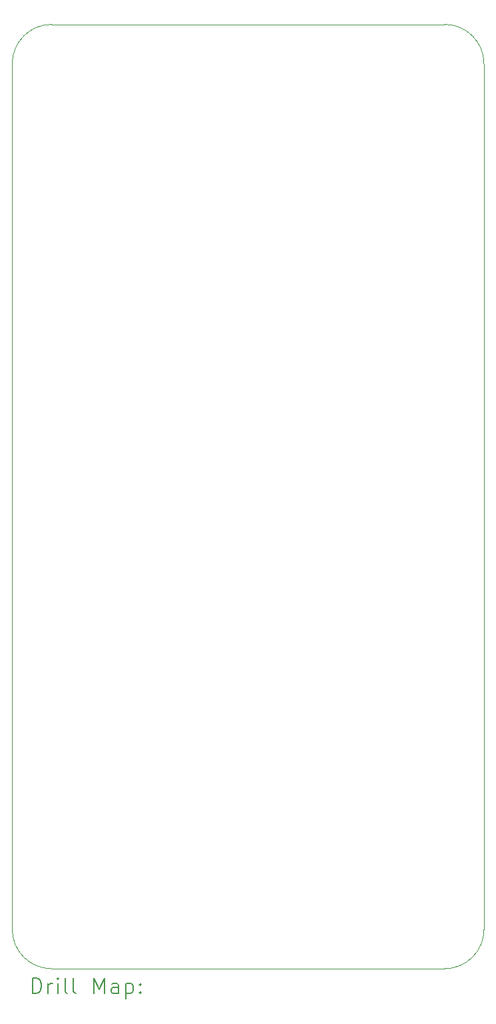
<source format=gbr>
%TF.GenerationSoftware,KiCad,Pcbnew,7.0.11*%
%TF.CreationDate,2024-10-24T13:35:05-04:00*%
%TF.ProjectId,mouse-joystick-pcb,6d6f7573-652d-46a6-9f79-737469636b2d,1.0*%
%TF.SameCoordinates,Original*%
%TF.FileFunction,Drillmap*%
%TF.FilePolarity,Positive*%
%FSLAX45Y45*%
G04 Gerber Fmt 4.5, Leading zero omitted, Abs format (unit mm)*
G04 Created by KiCad (PCBNEW 7.0.11) date 2024-10-24 13:35:05*
%MOMM*%
%LPD*%
G01*
G04 APERTURE LIST*
%ADD10C,0.100000*%
%ADD11C,0.200000*%
G04 APERTURE END LIST*
D10*
X7740000Y-4160000D02*
G75*
G03*
X7240000Y-4660000I0J-500000D01*
G01*
X7240000Y-15660000D02*
X7240000Y-4660000D01*
X13240000Y-4660000D02*
X13240000Y-15660000D01*
X12740000Y-16160000D02*
G75*
G03*
X13240000Y-15660000I0J500000D01*
G01*
X13240000Y-4660000D02*
G75*
G03*
X12740000Y-4160000I-500000J0D01*
G01*
X7240000Y-15660000D02*
G75*
G03*
X7740000Y-16160000I500000J0D01*
G01*
X12740000Y-16160000D02*
X7740000Y-16160000D01*
X7740000Y-4160000D02*
X12740000Y-4160000D01*
D11*
X7495777Y-16476484D02*
X7495777Y-16276484D01*
X7495777Y-16276484D02*
X7543396Y-16276484D01*
X7543396Y-16276484D02*
X7571967Y-16286008D01*
X7571967Y-16286008D02*
X7591015Y-16305055D01*
X7591015Y-16305055D02*
X7600539Y-16324103D01*
X7600539Y-16324103D02*
X7610062Y-16362198D01*
X7610062Y-16362198D02*
X7610062Y-16390769D01*
X7610062Y-16390769D02*
X7600539Y-16428865D01*
X7600539Y-16428865D02*
X7591015Y-16447912D01*
X7591015Y-16447912D02*
X7571967Y-16466960D01*
X7571967Y-16466960D02*
X7543396Y-16476484D01*
X7543396Y-16476484D02*
X7495777Y-16476484D01*
X7695777Y-16476484D02*
X7695777Y-16343150D01*
X7695777Y-16381246D02*
X7705301Y-16362198D01*
X7705301Y-16362198D02*
X7714824Y-16352674D01*
X7714824Y-16352674D02*
X7733872Y-16343150D01*
X7733872Y-16343150D02*
X7752920Y-16343150D01*
X7819586Y-16476484D02*
X7819586Y-16343150D01*
X7819586Y-16276484D02*
X7810062Y-16286008D01*
X7810062Y-16286008D02*
X7819586Y-16295531D01*
X7819586Y-16295531D02*
X7829110Y-16286008D01*
X7829110Y-16286008D02*
X7819586Y-16276484D01*
X7819586Y-16276484D02*
X7819586Y-16295531D01*
X7943396Y-16476484D02*
X7924348Y-16466960D01*
X7924348Y-16466960D02*
X7914824Y-16447912D01*
X7914824Y-16447912D02*
X7914824Y-16276484D01*
X8048158Y-16476484D02*
X8029110Y-16466960D01*
X8029110Y-16466960D02*
X8019586Y-16447912D01*
X8019586Y-16447912D02*
X8019586Y-16276484D01*
X8276729Y-16476484D02*
X8276729Y-16276484D01*
X8276729Y-16276484D02*
X8343396Y-16419341D01*
X8343396Y-16419341D02*
X8410063Y-16276484D01*
X8410063Y-16276484D02*
X8410063Y-16476484D01*
X8591015Y-16476484D02*
X8591015Y-16371722D01*
X8591015Y-16371722D02*
X8581491Y-16352674D01*
X8581491Y-16352674D02*
X8562444Y-16343150D01*
X8562444Y-16343150D02*
X8524348Y-16343150D01*
X8524348Y-16343150D02*
X8505301Y-16352674D01*
X8591015Y-16466960D02*
X8571967Y-16476484D01*
X8571967Y-16476484D02*
X8524348Y-16476484D01*
X8524348Y-16476484D02*
X8505301Y-16466960D01*
X8505301Y-16466960D02*
X8495777Y-16447912D01*
X8495777Y-16447912D02*
X8495777Y-16428865D01*
X8495777Y-16428865D02*
X8505301Y-16409817D01*
X8505301Y-16409817D02*
X8524348Y-16400293D01*
X8524348Y-16400293D02*
X8571967Y-16400293D01*
X8571967Y-16400293D02*
X8591015Y-16390769D01*
X8686253Y-16343150D02*
X8686253Y-16543150D01*
X8686253Y-16352674D02*
X8705301Y-16343150D01*
X8705301Y-16343150D02*
X8743396Y-16343150D01*
X8743396Y-16343150D02*
X8762444Y-16352674D01*
X8762444Y-16352674D02*
X8771967Y-16362198D01*
X8771967Y-16362198D02*
X8781491Y-16381246D01*
X8781491Y-16381246D02*
X8781491Y-16438388D01*
X8781491Y-16438388D02*
X8771967Y-16457436D01*
X8771967Y-16457436D02*
X8762444Y-16466960D01*
X8762444Y-16466960D02*
X8743396Y-16476484D01*
X8743396Y-16476484D02*
X8705301Y-16476484D01*
X8705301Y-16476484D02*
X8686253Y-16466960D01*
X8867205Y-16457436D02*
X8876729Y-16466960D01*
X8876729Y-16466960D02*
X8867205Y-16476484D01*
X8867205Y-16476484D02*
X8857682Y-16466960D01*
X8857682Y-16466960D02*
X8867205Y-16457436D01*
X8867205Y-16457436D02*
X8867205Y-16476484D01*
X8867205Y-16352674D02*
X8876729Y-16362198D01*
X8876729Y-16362198D02*
X8867205Y-16371722D01*
X8867205Y-16371722D02*
X8857682Y-16362198D01*
X8857682Y-16362198D02*
X8867205Y-16352674D01*
X8867205Y-16352674D02*
X8867205Y-16371722D01*
M02*

</source>
